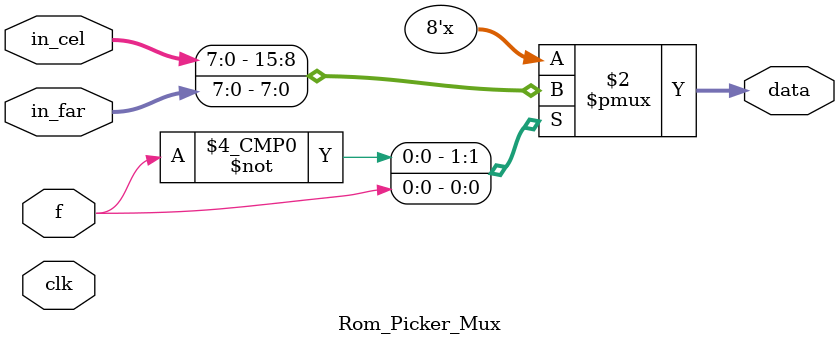
<source format=sv>
`timescale 1ns / 1ps


module Rom_Picker_Mux(
input logic clk, f,
input logic [7:0] in_far, in_cel,
output logic [7:0] data
    );
always_comb
begin
case(f)
0: data = in_cel;
1: data = in_far;
default: data = in_cel;
endcase
end
endmodule
</source>
